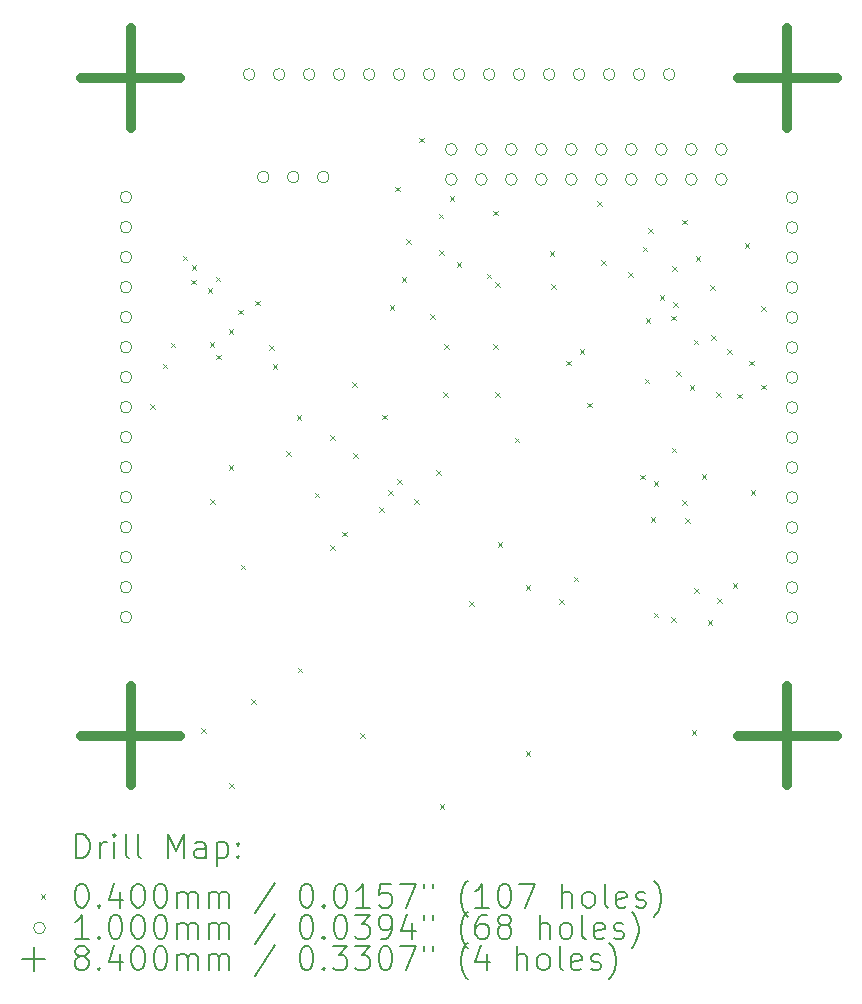
<source format=gbr>
%TF.GenerationSoftware,KiCad,Pcbnew,7.0.7*%
%TF.CreationDate,2024-02-10T00:47:32+05:30*%
%TF.ProjectId,MC_stack,4d435f73-7461-4636-9b2e-6b696361645f,rev?*%
%TF.SameCoordinates,Original*%
%TF.FileFunction,Drillmap*%
%TF.FilePolarity,Positive*%
%FSLAX45Y45*%
G04 Gerber Fmt 4.5, Leading zero omitted, Abs format (unit mm)*
G04 Created by KiCad (PCBNEW 7.0.7) date 2024-02-10 00:47:32*
%MOMM*%
%LPD*%
G01*
G04 APERTURE LIST*
%ADD10C,0.200000*%
%ADD11C,0.040000*%
%ADD12C,0.100000*%
%ADD13C,0.840000*%
G04 APERTURE END LIST*
D10*
D11*
X11775760Y-8351840D02*
X11815760Y-8391840D01*
X11815760Y-8351840D02*
X11775760Y-8391840D01*
X11882440Y-8006400D02*
X11922440Y-8046400D01*
X11922440Y-8006400D02*
X11882440Y-8046400D01*
X11948480Y-7828600D02*
X11988480Y-7868600D01*
X11988480Y-7828600D02*
X11948480Y-7868600D01*
X12050080Y-7092000D02*
X12090080Y-7132000D01*
X12090080Y-7092000D02*
X12050080Y-7132000D01*
X12121200Y-7295200D02*
X12161200Y-7335200D01*
X12161200Y-7295200D02*
X12121200Y-7335200D01*
X12126280Y-7173280D02*
X12166280Y-7213280D01*
X12166280Y-7173280D02*
X12126280Y-7213280D01*
X12205020Y-11092500D02*
X12245020Y-11132500D01*
X12245020Y-11092500D02*
X12205020Y-11132500D01*
X12263440Y-7366320D02*
X12303440Y-7406320D01*
X12303440Y-7366320D02*
X12263440Y-7406320D01*
X12278680Y-7823520D02*
X12318680Y-7863520D01*
X12318680Y-7823520D02*
X12278680Y-7863520D01*
X12283760Y-9154480D02*
X12323760Y-9194480D01*
X12323760Y-9154480D02*
X12283760Y-9194480D01*
X12329480Y-7269800D02*
X12369480Y-7309800D01*
X12369480Y-7269800D02*
X12329480Y-7309800D01*
X12334560Y-7929830D02*
X12374560Y-7969830D01*
X12374560Y-7929830D02*
X12334560Y-7969830D01*
X12441240Y-7711760D02*
X12481240Y-7751760D01*
X12481240Y-7711760D02*
X12441240Y-7751760D01*
X12441240Y-8864920D02*
X12481240Y-8904920D01*
X12481240Y-8864920D02*
X12441240Y-8904920D01*
X12443780Y-11559860D02*
X12483780Y-11599860D01*
X12483780Y-11559860D02*
X12443780Y-11599860D01*
X12522520Y-7549200D02*
X12562520Y-7589200D01*
X12562520Y-7549200D02*
X12522520Y-7589200D01*
X12542840Y-9708200D02*
X12582840Y-9748200D01*
X12582840Y-9708200D02*
X12542840Y-9748200D01*
X12631740Y-10848660D02*
X12671740Y-10888660D01*
X12671740Y-10848660D02*
X12631740Y-10888660D01*
X12664760Y-7473000D02*
X12704760Y-7513000D01*
X12704760Y-7473000D02*
X12664760Y-7513000D01*
X12781600Y-7848920D02*
X12821600Y-7888920D01*
X12821600Y-7848920D02*
X12781600Y-7888920D01*
X12812080Y-8011480D02*
X12852080Y-8051480D01*
X12852080Y-8011480D02*
X12812080Y-8051480D01*
X12928920Y-8748080D02*
X12968920Y-8788080D01*
X12968920Y-8748080D02*
X12928920Y-8788080D01*
X13015280Y-8443280D02*
X13055280Y-8483280D01*
X13055280Y-8443280D02*
X13015280Y-8483280D01*
X13025440Y-10579420D02*
X13065440Y-10619420D01*
X13065440Y-10579420D02*
X13025440Y-10619420D01*
X13167680Y-9098600D02*
X13207680Y-9138600D01*
X13207680Y-9098600D02*
X13167680Y-9138600D01*
X13299760Y-8610920D02*
X13339760Y-8650920D01*
X13339760Y-8610920D02*
X13299760Y-8650920D01*
X13299760Y-9540560D02*
X13339760Y-9580560D01*
X13339760Y-9540560D02*
X13299760Y-9580560D01*
X13401360Y-9428800D02*
X13441360Y-9468800D01*
X13441360Y-9428800D02*
X13401360Y-9468800D01*
X13485180Y-8161340D02*
X13525180Y-8201340D01*
X13525180Y-8161340D02*
X13485180Y-8201340D01*
X13492800Y-8765860D02*
X13532800Y-8805860D01*
X13532800Y-8765860D02*
X13492800Y-8805860D01*
X13556300Y-11135680D02*
X13596300Y-11175680D01*
X13596300Y-11135680D02*
X13556300Y-11175680D01*
X13713780Y-9223060D02*
X13753780Y-9263060D01*
X13753780Y-9223060D02*
X13713780Y-9263060D01*
X13741720Y-8438200D02*
X13781720Y-8478200D01*
X13781720Y-8438200D02*
X13741720Y-8478200D01*
X13792520Y-9078280D02*
X13832520Y-9118280D01*
X13832520Y-9078280D02*
X13792520Y-9118280D01*
X13802680Y-7512977D02*
X13842680Y-7552977D01*
X13842680Y-7512977D02*
X13802680Y-7552977D01*
X13850940Y-6507800D02*
X13890940Y-6547800D01*
X13890940Y-6507800D02*
X13850940Y-6547800D01*
X13868720Y-8981760D02*
X13908720Y-9021760D01*
X13908720Y-8981760D02*
X13868720Y-9021760D01*
X13904280Y-7274880D02*
X13944280Y-7314880D01*
X13944280Y-7274880D02*
X13904280Y-7314880D01*
X13944920Y-6949760D02*
X13984920Y-6989760D01*
X13984920Y-6949760D02*
X13944920Y-6989760D01*
X14010960Y-9154480D02*
X14050960Y-9194480D01*
X14050960Y-9154480D02*
X14010960Y-9194480D01*
X14051600Y-6093780D02*
X14091600Y-6133780D01*
X14091600Y-6093780D02*
X14051600Y-6133780D01*
X14148120Y-7589840D02*
X14188120Y-7629840D01*
X14188120Y-7589840D02*
X14148120Y-7629840D01*
X14198920Y-8905560D02*
X14238920Y-8945560D01*
X14238920Y-8905560D02*
X14198920Y-8945560D01*
X14219240Y-6736400D02*
X14259240Y-6776400D01*
X14259240Y-6736400D02*
X14219240Y-6776400D01*
X14224320Y-7046280D02*
X14264320Y-7086280D01*
X14264320Y-7046280D02*
X14224320Y-7086280D01*
X14226860Y-11735120D02*
X14266860Y-11775120D01*
X14266860Y-11735120D02*
X14226860Y-11775120D01*
X14254800Y-8250240D02*
X14294800Y-8290240D01*
X14294800Y-8250240D02*
X14254800Y-8290240D01*
X14264960Y-7843840D02*
X14304960Y-7883840D01*
X14304960Y-7843840D02*
X14264960Y-7883840D01*
X14310680Y-6589080D02*
X14350680Y-6629080D01*
X14350680Y-6589080D02*
X14310680Y-6629080D01*
X14371640Y-7147880D02*
X14411640Y-7187880D01*
X14411640Y-7147880D02*
X14371640Y-7187880D01*
X14478320Y-10018080D02*
X14518320Y-10058080D01*
X14518320Y-10018080D02*
X14478320Y-10058080D01*
X14625640Y-7244400D02*
X14665640Y-7284400D01*
X14665640Y-7244400D02*
X14625640Y-7284400D01*
X14681520Y-6711000D02*
X14721520Y-6751000D01*
X14721520Y-6711000D02*
X14681520Y-6751000D01*
X14681520Y-7841300D02*
X14721520Y-7881300D01*
X14721520Y-7841300D02*
X14681520Y-7881300D01*
X14696760Y-7315520D02*
X14736760Y-7355520D01*
X14736760Y-7315520D02*
X14696760Y-7355520D01*
X14696760Y-8247700D02*
X14736760Y-8287700D01*
X14736760Y-8247700D02*
X14696760Y-8287700D01*
X14717080Y-9520240D02*
X14757080Y-9560240D01*
X14757080Y-9520240D02*
X14717080Y-9560240D01*
X14861860Y-8633780D02*
X14901860Y-8673780D01*
X14901860Y-8633780D02*
X14861860Y-8673780D01*
X14955840Y-9880920D02*
X14995840Y-9920920D01*
X14995840Y-9880920D02*
X14955840Y-9920920D01*
X14955840Y-11288080D02*
X14995840Y-11328080D01*
X14995840Y-11288080D02*
X14955840Y-11328080D01*
X15159040Y-7051360D02*
X15199040Y-7091360D01*
X15199040Y-7051360D02*
X15159040Y-7091360D01*
X15169200Y-7335840D02*
X15209200Y-7375840D01*
X15209200Y-7335840D02*
X15169200Y-7375840D01*
X15240320Y-10002840D02*
X15280320Y-10042840D01*
X15280320Y-10002840D02*
X15240320Y-10042840D01*
X15296200Y-7981000D02*
X15336200Y-8021000D01*
X15336200Y-7981000D02*
X15296200Y-8021000D01*
X15362240Y-9809800D02*
X15402240Y-9849800D01*
X15402240Y-9809800D02*
X15362240Y-9849800D01*
X15413040Y-7884480D02*
X15453040Y-7924480D01*
X15453040Y-7884480D02*
X15413040Y-7924480D01*
X15474000Y-8336600D02*
X15514000Y-8376600D01*
X15514000Y-8336600D02*
X15474000Y-8376600D01*
X15560360Y-6629720D02*
X15600360Y-6669720D01*
X15600360Y-6629720D02*
X15560360Y-6669720D01*
X15595920Y-7132640D02*
X15635920Y-7172640D01*
X15635920Y-7132640D02*
X15595920Y-7172640D01*
X15824520Y-7234240D02*
X15864520Y-7274240D01*
X15864520Y-7234240D02*
X15824520Y-7274240D01*
X15926120Y-8946200D02*
X15966120Y-8986200D01*
X15966120Y-8946200D02*
X15926120Y-8986200D01*
X15946440Y-7015800D02*
X15986440Y-7055800D01*
X15986440Y-7015800D02*
X15946440Y-7055800D01*
X15961680Y-8133400D02*
X16001680Y-8173400D01*
X16001680Y-8133400D02*
X15961680Y-8173400D01*
X15971840Y-7620320D02*
X16011840Y-7660320D01*
X16011840Y-7620320D02*
X15971840Y-7660320D01*
X15992160Y-6858320D02*
X16032160Y-6898320D01*
X16032160Y-6858320D02*
X15992160Y-6898320D01*
X16012480Y-9306880D02*
X16052480Y-9346880D01*
X16052480Y-9306880D02*
X16012480Y-9346880D01*
X16037880Y-9002080D02*
X16077880Y-9042080D01*
X16077880Y-9002080D02*
X16037880Y-9042080D01*
X16037880Y-10114600D02*
X16077880Y-10154600D01*
X16077880Y-10114600D02*
X16037880Y-10154600D01*
X16088680Y-7427280D02*
X16128680Y-7467280D01*
X16128680Y-7427280D02*
X16088680Y-7467280D01*
X16185200Y-7600000D02*
X16225200Y-7640000D01*
X16225200Y-7600000D02*
X16185200Y-7640000D01*
X16185200Y-10150160D02*
X16225200Y-10190160D01*
X16225200Y-10150160D02*
X16185200Y-10190160D01*
X16190280Y-8717600D02*
X16230280Y-8757600D01*
X16230280Y-8717600D02*
X16190280Y-8757600D01*
X16195360Y-7178360D02*
X16235360Y-7218360D01*
X16235360Y-7178360D02*
X16195360Y-7218360D01*
X16205520Y-7488240D02*
X16245520Y-7528240D01*
X16245520Y-7488240D02*
X16205520Y-7528240D01*
X16230920Y-8067360D02*
X16270920Y-8107360D01*
X16270920Y-8067360D02*
X16230920Y-8107360D01*
X16281720Y-6787200D02*
X16321720Y-6827200D01*
X16321720Y-6787200D02*
X16281720Y-6827200D01*
X16281720Y-9159560D02*
X16321720Y-9199560D01*
X16321720Y-9159560D02*
X16281720Y-9199560D01*
X16307120Y-9311960D02*
X16347120Y-9351960D01*
X16347120Y-9311960D02*
X16307120Y-9351960D01*
X16342680Y-8189280D02*
X16382680Y-8229280D01*
X16382680Y-8189280D02*
X16342680Y-8229280D01*
X16360460Y-11107740D02*
X16400460Y-11147740D01*
X16400460Y-11107740D02*
X16360460Y-11147740D01*
X16378240Y-7803200D02*
X16418240Y-7843200D01*
X16418240Y-7803200D02*
X16378240Y-7843200D01*
X16383320Y-9906320D02*
X16423320Y-9946320D01*
X16423320Y-9906320D02*
X16383320Y-9946320D01*
X16393480Y-7097080D02*
X16433480Y-7137080D01*
X16433480Y-7097080D02*
X16393480Y-7137080D01*
X16444280Y-8941120D02*
X16484280Y-8981120D01*
X16484280Y-8941120D02*
X16444280Y-8981120D01*
X16495080Y-10180640D02*
X16535080Y-10220640D01*
X16535080Y-10180640D02*
X16495080Y-10220640D01*
X16515400Y-7340920D02*
X16555400Y-7380920D01*
X16555400Y-7340920D02*
X16515400Y-7380920D01*
X16525560Y-7767640D02*
X16565560Y-7807640D01*
X16565560Y-7767640D02*
X16525560Y-7807640D01*
X16566200Y-8250240D02*
X16606200Y-8290240D01*
X16606200Y-8250240D02*
X16566200Y-8290240D01*
X16576360Y-9992680D02*
X16616360Y-10032680D01*
X16616360Y-9992680D02*
X16576360Y-10032680D01*
X16662720Y-7884480D02*
X16702720Y-7924480D01*
X16702720Y-7884480D02*
X16662720Y-7924480D01*
X16708440Y-9865680D02*
X16748440Y-9905680D01*
X16748440Y-9865680D02*
X16708440Y-9905680D01*
X16744000Y-8260400D02*
X16784000Y-8300400D01*
X16784000Y-8260400D02*
X16744000Y-8300400D01*
X16810040Y-6985320D02*
X16850040Y-7025320D01*
X16850040Y-6985320D02*
X16810040Y-7025320D01*
X16845600Y-7981000D02*
X16885600Y-8021000D01*
X16885600Y-7981000D02*
X16845600Y-8021000D01*
X16860840Y-9078280D02*
X16900840Y-9118280D01*
X16900840Y-9078280D02*
X16860840Y-9118280D01*
X16947200Y-7518720D02*
X16987200Y-7558720D01*
X16987200Y-7518720D02*
X16947200Y-7558720D01*
X16947200Y-8184200D02*
X16987200Y-8224200D01*
X16987200Y-8184200D02*
X16947200Y-8224200D01*
D12*
X11621140Y-6596020D02*
G75*
G03*
X11621140Y-6596020I-50000J0D01*
G01*
X11621140Y-6850020D02*
G75*
G03*
X11621140Y-6850020I-50000J0D01*
G01*
X11621140Y-7104020D02*
G75*
G03*
X11621140Y-7104020I-50000J0D01*
G01*
X11621140Y-7358020D02*
G75*
G03*
X11621140Y-7358020I-50000J0D01*
G01*
X11621140Y-7612020D02*
G75*
G03*
X11621140Y-7612020I-50000J0D01*
G01*
X11621140Y-7866020D02*
G75*
G03*
X11621140Y-7866020I-50000J0D01*
G01*
X11621140Y-8120020D02*
G75*
G03*
X11621140Y-8120020I-50000J0D01*
G01*
X11621140Y-8374020D02*
G75*
G03*
X11621140Y-8374020I-50000J0D01*
G01*
X11621140Y-8628020D02*
G75*
G03*
X11621140Y-8628020I-50000J0D01*
G01*
X11621140Y-8882020D02*
G75*
G03*
X11621140Y-8882020I-50000J0D01*
G01*
X11621140Y-9136020D02*
G75*
G03*
X11621140Y-9136020I-50000J0D01*
G01*
X11621140Y-9390020D02*
G75*
G03*
X11621140Y-9390020I-50000J0D01*
G01*
X11621140Y-9644020D02*
G75*
G03*
X11621140Y-9644020I-50000J0D01*
G01*
X11621140Y-9898020D02*
G75*
G03*
X11621140Y-9898020I-50000J0D01*
G01*
X11621140Y-10152020D02*
G75*
G03*
X11621140Y-10152020I-50000J0D01*
G01*
X12663640Y-5557520D02*
G75*
G03*
X12663640Y-5557520I-50000J0D01*
G01*
X12783020Y-6426200D02*
G75*
G03*
X12783020Y-6426200I-50000J0D01*
G01*
X12917640Y-5557520D02*
G75*
G03*
X12917640Y-5557520I-50000J0D01*
G01*
X13037020Y-6426200D02*
G75*
G03*
X13037020Y-6426200I-50000J0D01*
G01*
X13171640Y-5557520D02*
G75*
G03*
X13171640Y-5557520I-50000J0D01*
G01*
X13291020Y-6426200D02*
G75*
G03*
X13291020Y-6426200I-50000J0D01*
G01*
X13425640Y-5557520D02*
G75*
G03*
X13425640Y-5557520I-50000J0D01*
G01*
X13679640Y-5557520D02*
G75*
G03*
X13679640Y-5557520I-50000J0D01*
G01*
X13933640Y-5557520D02*
G75*
G03*
X13933640Y-5557520I-50000J0D01*
G01*
X14187640Y-5557520D02*
G75*
G03*
X14187640Y-5557520I-50000J0D01*
G01*
X14375600Y-6192520D02*
G75*
G03*
X14375600Y-6192520I-50000J0D01*
G01*
X14375600Y-6446520D02*
G75*
G03*
X14375600Y-6446520I-50000J0D01*
G01*
X14441640Y-5557520D02*
G75*
G03*
X14441640Y-5557520I-50000J0D01*
G01*
X14629600Y-6192520D02*
G75*
G03*
X14629600Y-6192520I-50000J0D01*
G01*
X14629600Y-6446520D02*
G75*
G03*
X14629600Y-6446520I-50000J0D01*
G01*
X14695640Y-5557520D02*
G75*
G03*
X14695640Y-5557520I-50000J0D01*
G01*
X14883600Y-6192520D02*
G75*
G03*
X14883600Y-6192520I-50000J0D01*
G01*
X14883600Y-6446520D02*
G75*
G03*
X14883600Y-6446520I-50000J0D01*
G01*
X14949640Y-5557520D02*
G75*
G03*
X14949640Y-5557520I-50000J0D01*
G01*
X15137600Y-6192520D02*
G75*
G03*
X15137600Y-6192520I-50000J0D01*
G01*
X15137600Y-6446520D02*
G75*
G03*
X15137600Y-6446520I-50000J0D01*
G01*
X15203640Y-5557520D02*
G75*
G03*
X15203640Y-5557520I-50000J0D01*
G01*
X15391600Y-6192520D02*
G75*
G03*
X15391600Y-6192520I-50000J0D01*
G01*
X15391600Y-6446520D02*
G75*
G03*
X15391600Y-6446520I-50000J0D01*
G01*
X15457640Y-5557520D02*
G75*
G03*
X15457640Y-5557520I-50000J0D01*
G01*
X15645600Y-6192520D02*
G75*
G03*
X15645600Y-6192520I-50000J0D01*
G01*
X15645600Y-6446520D02*
G75*
G03*
X15645600Y-6446520I-50000J0D01*
G01*
X15711640Y-5557520D02*
G75*
G03*
X15711640Y-5557520I-50000J0D01*
G01*
X15899600Y-6192520D02*
G75*
G03*
X15899600Y-6192520I-50000J0D01*
G01*
X15899600Y-6446520D02*
G75*
G03*
X15899600Y-6446520I-50000J0D01*
G01*
X15965640Y-5557520D02*
G75*
G03*
X15965640Y-5557520I-50000J0D01*
G01*
X16153600Y-6192520D02*
G75*
G03*
X16153600Y-6192520I-50000J0D01*
G01*
X16153600Y-6446520D02*
G75*
G03*
X16153600Y-6446520I-50000J0D01*
G01*
X16219640Y-5557520D02*
G75*
G03*
X16219640Y-5557520I-50000J0D01*
G01*
X16407600Y-6192520D02*
G75*
G03*
X16407600Y-6192520I-50000J0D01*
G01*
X16407600Y-6446520D02*
G75*
G03*
X16407600Y-6446520I-50000J0D01*
G01*
X16661600Y-6192520D02*
G75*
G03*
X16661600Y-6192520I-50000J0D01*
G01*
X16661600Y-6446520D02*
G75*
G03*
X16661600Y-6446520I-50000J0D01*
G01*
X17261140Y-6599020D02*
G75*
G03*
X17261140Y-6599020I-50000J0D01*
G01*
X17261140Y-6853020D02*
G75*
G03*
X17261140Y-6853020I-50000J0D01*
G01*
X17261140Y-7107020D02*
G75*
G03*
X17261140Y-7107020I-50000J0D01*
G01*
X17261140Y-7361020D02*
G75*
G03*
X17261140Y-7361020I-50000J0D01*
G01*
X17261140Y-7615020D02*
G75*
G03*
X17261140Y-7615020I-50000J0D01*
G01*
X17261140Y-7869020D02*
G75*
G03*
X17261140Y-7869020I-50000J0D01*
G01*
X17261140Y-8123020D02*
G75*
G03*
X17261140Y-8123020I-50000J0D01*
G01*
X17261140Y-8377020D02*
G75*
G03*
X17261140Y-8377020I-50000J0D01*
G01*
X17261140Y-8631020D02*
G75*
G03*
X17261140Y-8631020I-50000J0D01*
G01*
X17261140Y-8885020D02*
G75*
G03*
X17261140Y-8885020I-50000J0D01*
G01*
X17261140Y-9139020D02*
G75*
G03*
X17261140Y-9139020I-50000J0D01*
G01*
X17261140Y-9393020D02*
G75*
G03*
X17261140Y-9393020I-50000J0D01*
G01*
X17261140Y-9647020D02*
G75*
G03*
X17261140Y-9647020I-50000J0D01*
G01*
X17261140Y-9901020D02*
G75*
G03*
X17261140Y-9901020I-50000J0D01*
G01*
X17261140Y-10155020D02*
G75*
G03*
X17261140Y-10155020I-50000J0D01*
G01*
D13*
X11611140Y-5167520D02*
X11611140Y-6007520D01*
X11191140Y-5587520D02*
X12031140Y-5587520D01*
X11611140Y-10737520D02*
X11611140Y-11577520D01*
X11191140Y-11157520D02*
X12031140Y-11157520D01*
X17171140Y-5169020D02*
X17171140Y-6009020D01*
X16751140Y-5589020D02*
X17591140Y-5589020D01*
X17171140Y-10737520D02*
X17171140Y-11577520D01*
X16751140Y-11157520D02*
X17591140Y-11157520D01*
D10*
X11149417Y-12191504D02*
X11149417Y-11991504D01*
X11149417Y-11991504D02*
X11197036Y-11991504D01*
X11197036Y-11991504D02*
X11225607Y-12001028D01*
X11225607Y-12001028D02*
X11244655Y-12020075D01*
X11244655Y-12020075D02*
X11254179Y-12039123D01*
X11254179Y-12039123D02*
X11263702Y-12077218D01*
X11263702Y-12077218D02*
X11263702Y-12105789D01*
X11263702Y-12105789D02*
X11254179Y-12143885D01*
X11254179Y-12143885D02*
X11244655Y-12162932D01*
X11244655Y-12162932D02*
X11225607Y-12181980D01*
X11225607Y-12181980D02*
X11197036Y-12191504D01*
X11197036Y-12191504D02*
X11149417Y-12191504D01*
X11349417Y-12191504D02*
X11349417Y-12058170D01*
X11349417Y-12096266D02*
X11358941Y-12077218D01*
X11358941Y-12077218D02*
X11368464Y-12067694D01*
X11368464Y-12067694D02*
X11387512Y-12058170D01*
X11387512Y-12058170D02*
X11406560Y-12058170D01*
X11473226Y-12191504D02*
X11473226Y-12058170D01*
X11473226Y-11991504D02*
X11463702Y-12001028D01*
X11463702Y-12001028D02*
X11473226Y-12010551D01*
X11473226Y-12010551D02*
X11482750Y-12001028D01*
X11482750Y-12001028D02*
X11473226Y-11991504D01*
X11473226Y-11991504D02*
X11473226Y-12010551D01*
X11597036Y-12191504D02*
X11577988Y-12181980D01*
X11577988Y-12181980D02*
X11568464Y-12162932D01*
X11568464Y-12162932D02*
X11568464Y-11991504D01*
X11701798Y-12191504D02*
X11682750Y-12181980D01*
X11682750Y-12181980D02*
X11673226Y-12162932D01*
X11673226Y-12162932D02*
X11673226Y-11991504D01*
X11930369Y-12191504D02*
X11930369Y-11991504D01*
X11930369Y-11991504D02*
X11997036Y-12134361D01*
X11997036Y-12134361D02*
X12063702Y-11991504D01*
X12063702Y-11991504D02*
X12063702Y-12191504D01*
X12244655Y-12191504D02*
X12244655Y-12086742D01*
X12244655Y-12086742D02*
X12235131Y-12067694D01*
X12235131Y-12067694D02*
X12216083Y-12058170D01*
X12216083Y-12058170D02*
X12177988Y-12058170D01*
X12177988Y-12058170D02*
X12158941Y-12067694D01*
X12244655Y-12181980D02*
X12225607Y-12191504D01*
X12225607Y-12191504D02*
X12177988Y-12191504D01*
X12177988Y-12191504D02*
X12158941Y-12181980D01*
X12158941Y-12181980D02*
X12149417Y-12162932D01*
X12149417Y-12162932D02*
X12149417Y-12143885D01*
X12149417Y-12143885D02*
X12158941Y-12124837D01*
X12158941Y-12124837D02*
X12177988Y-12115313D01*
X12177988Y-12115313D02*
X12225607Y-12115313D01*
X12225607Y-12115313D02*
X12244655Y-12105789D01*
X12339893Y-12058170D02*
X12339893Y-12258170D01*
X12339893Y-12067694D02*
X12358941Y-12058170D01*
X12358941Y-12058170D02*
X12397036Y-12058170D01*
X12397036Y-12058170D02*
X12416083Y-12067694D01*
X12416083Y-12067694D02*
X12425607Y-12077218D01*
X12425607Y-12077218D02*
X12435131Y-12096266D01*
X12435131Y-12096266D02*
X12435131Y-12153408D01*
X12435131Y-12153408D02*
X12425607Y-12172456D01*
X12425607Y-12172456D02*
X12416083Y-12181980D01*
X12416083Y-12181980D02*
X12397036Y-12191504D01*
X12397036Y-12191504D02*
X12358941Y-12191504D01*
X12358941Y-12191504D02*
X12339893Y-12181980D01*
X12520845Y-12172456D02*
X12530369Y-12181980D01*
X12530369Y-12181980D02*
X12520845Y-12191504D01*
X12520845Y-12191504D02*
X12511322Y-12181980D01*
X12511322Y-12181980D02*
X12520845Y-12172456D01*
X12520845Y-12172456D02*
X12520845Y-12191504D01*
X12520845Y-12067694D02*
X12530369Y-12077218D01*
X12530369Y-12077218D02*
X12520845Y-12086742D01*
X12520845Y-12086742D02*
X12511322Y-12077218D01*
X12511322Y-12077218D02*
X12520845Y-12067694D01*
X12520845Y-12067694D02*
X12520845Y-12086742D01*
D11*
X10848640Y-12500020D02*
X10888640Y-12540020D01*
X10888640Y-12500020D02*
X10848640Y-12540020D01*
D10*
X11187512Y-12411504D02*
X11206560Y-12411504D01*
X11206560Y-12411504D02*
X11225607Y-12421028D01*
X11225607Y-12421028D02*
X11235131Y-12430551D01*
X11235131Y-12430551D02*
X11244655Y-12449599D01*
X11244655Y-12449599D02*
X11254179Y-12487694D01*
X11254179Y-12487694D02*
X11254179Y-12535313D01*
X11254179Y-12535313D02*
X11244655Y-12573408D01*
X11244655Y-12573408D02*
X11235131Y-12592456D01*
X11235131Y-12592456D02*
X11225607Y-12601980D01*
X11225607Y-12601980D02*
X11206560Y-12611504D01*
X11206560Y-12611504D02*
X11187512Y-12611504D01*
X11187512Y-12611504D02*
X11168464Y-12601980D01*
X11168464Y-12601980D02*
X11158941Y-12592456D01*
X11158941Y-12592456D02*
X11149417Y-12573408D01*
X11149417Y-12573408D02*
X11139893Y-12535313D01*
X11139893Y-12535313D02*
X11139893Y-12487694D01*
X11139893Y-12487694D02*
X11149417Y-12449599D01*
X11149417Y-12449599D02*
X11158941Y-12430551D01*
X11158941Y-12430551D02*
X11168464Y-12421028D01*
X11168464Y-12421028D02*
X11187512Y-12411504D01*
X11339893Y-12592456D02*
X11349417Y-12601980D01*
X11349417Y-12601980D02*
X11339893Y-12611504D01*
X11339893Y-12611504D02*
X11330369Y-12601980D01*
X11330369Y-12601980D02*
X11339893Y-12592456D01*
X11339893Y-12592456D02*
X11339893Y-12611504D01*
X11520845Y-12478170D02*
X11520845Y-12611504D01*
X11473226Y-12401980D02*
X11425607Y-12544837D01*
X11425607Y-12544837D02*
X11549417Y-12544837D01*
X11663702Y-12411504D02*
X11682750Y-12411504D01*
X11682750Y-12411504D02*
X11701798Y-12421028D01*
X11701798Y-12421028D02*
X11711322Y-12430551D01*
X11711322Y-12430551D02*
X11720845Y-12449599D01*
X11720845Y-12449599D02*
X11730369Y-12487694D01*
X11730369Y-12487694D02*
X11730369Y-12535313D01*
X11730369Y-12535313D02*
X11720845Y-12573408D01*
X11720845Y-12573408D02*
X11711322Y-12592456D01*
X11711322Y-12592456D02*
X11701798Y-12601980D01*
X11701798Y-12601980D02*
X11682750Y-12611504D01*
X11682750Y-12611504D02*
X11663702Y-12611504D01*
X11663702Y-12611504D02*
X11644655Y-12601980D01*
X11644655Y-12601980D02*
X11635131Y-12592456D01*
X11635131Y-12592456D02*
X11625607Y-12573408D01*
X11625607Y-12573408D02*
X11616083Y-12535313D01*
X11616083Y-12535313D02*
X11616083Y-12487694D01*
X11616083Y-12487694D02*
X11625607Y-12449599D01*
X11625607Y-12449599D02*
X11635131Y-12430551D01*
X11635131Y-12430551D02*
X11644655Y-12421028D01*
X11644655Y-12421028D02*
X11663702Y-12411504D01*
X11854179Y-12411504D02*
X11873226Y-12411504D01*
X11873226Y-12411504D02*
X11892274Y-12421028D01*
X11892274Y-12421028D02*
X11901798Y-12430551D01*
X11901798Y-12430551D02*
X11911322Y-12449599D01*
X11911322Y-12449599D02*
X11920845Y-12487694D01*
X11920845Y-12487694D02*
X11920845Y-12535313D01*
X11920845Y-12535313D02*
X11911322Y-12573408D01*
X11911322Y-12573408D02*
X11901798Y-12592456D01*
X11901798Y-12592456D02*
X11892274Y-12601980D01*
X11892274Y-12601980D02*
X11873226Y-12611504D01*
X11873226Y-12611504D02*
X11854179Y-12611504D01*
X11854179Y-12611504D02*
X11835131Y-12601980D01*
X11835131Y-12601980D02*
X11825607Y-12592456D01*
X11825607Y-12592456D02*
X11816083Y-12573408D01*
X11816083Y-12573408D02*
X11806560Y-12535313D01*
X11806560Y-12535313D02*
X11806560Y-12487694D01*
X11806560Y-12487694D02*
X11816083Y-12449599D01*
X11816083Y-12449599D02*
X11825607Y-12430551D01*
X11825607Y-12430551D02*
X11835131Y-12421028D01*
X11835131Y-12421028D02*
X11854179Y-12411504D01*
X12006560Y-12611504D02*
X12006560Y-12478170D01*
X12006560Y-12497218D02*
X12016083Y-12487694D01*
X12016083Y-12487694D02*
X12035131Y-12478170D01*
X12035131Y-12478170D02*
X12063703Y-12478170D01*
X12063703Y-12478170D02*
X12082750Y-12487694D01*
X12082750Y-12487694D02*
X12092274Y-12506742D01*
X12092274Y-12506742D02*
X12092274Y-12611504D01*
X12092274Y-12506742D02*
X12101798Y-12487694D01*
X12101798Y-12487694D02*
X12120845Y-12478170D01*
X12120845Y-12478170D02*
X12149417Y-12478170D01*
X12149417Y-12478170D02*
X12168464Y-12487694D01*
X12168464Y-12487694D02*
X12177988Y-12506742D01*
X12177988Y-12506742D02*
X12177988Y-12611504D01*
X12273226Y-12611504D02*
X12273226Y-12478170D01*
X12273226Y-12497218D02*
X12282750Y-12487694D01*
X12282750Y-12487694D02*
X12301798Y-12478170D01*
X12301798Y-12478170D02*
X12330369Y-12478170D01*
X12330369Y-12478170D02*
X12349417Y-12487694D01*
X12349417Y-12487694D02*
X12358941Y-12506742D01*
X12358941Y-12506742D02*
X12358941Y-12611504D01*
X12358941Y-12506742D02*
X12368464Y-12487694D01*
X12368464Y-12487694D02*
X12387512Y-12478170D01*
X12387512Y-12478170D02*
X12416083Y-12478170D01*
X12416083Y-12478170D02*
X12435131Y-12487694D01*
X12435131Y-12487694D02*
X12444655Y-12506742D01*
X12444655Y-12506742D02*
X12444655Y-12611504D01*
X12835131Y-12401980D02*
X12663703Y-12659123D01*
X13092274Y-12411504D02*
X13111322Y-12411504D01*
X13111322Y-12411504D02*
X13130369Y-12421028D01*
X13130369Y-12421028D02*
X13139893Y-12430551D01*
X13139893Y-12430551D02*
X13149417Y-12449599D01*
X13149417Y-12449599D02*
X13158941Y-12487694D01*
X13158941Y-12487694D02*
X13158941Y-12535313D01*
X13158941Y-12535313D02*
X13149417Y-12573408D01*
X13149417Y-12573408D02*
X13139893Y-12592456D01*
X13139893Y-12592456D02*
X13130369Y-12601980D01*
X13130369Y-12601980D02*
X13111322Y-12611504D01*
X13111322Y-12611504D02*
X13092274Y-12611504D01*
X13092274Y-12611504D02*
X13073226Y-12601980D01*
X13073226Y-12601980D02*
X13063703Y-12592456D01*
X13063703Y-12592456D02*
X13054179Y-12573408D01*
X13054179Y-12573408D02*
X13044655Y-12535313D01*
X13044655Y-12535313D02*
X13044655Y-12487694D01*
X13044655Y-12487694D02*
X13054179Y-12449599D01*
X13054179Y-12449599D02*
X13063703Y-12430551D01*
X13063703Y-12430551D02*
X13073226Y-12421028D01*
X13073226Y-12421028D02*
X13092274Y-12411504D01*
X13244655Y-12592456D02*
X13254179Y-12601980D01*
X13254179Y-12601980D02*
X13244655Y-12611504D01*
X13244655Y-12611504D02*
X13235131Y-12601980D01*
X13235131Y-12601980D02*
X13244655Y-12592456D01*
X13244655Y-12592456D02*
X13244655Y-12611504D01*
X13377988Y-12411504D02*
X13397036Y-12411504D01*
X13397036Y-12411504D02*
X13416084Y-12421028D01*
X13416084Y-12421028D02*
X13425607Y-12430551D01*
X13425607Y-12430551D02*
X13435131Y-12449599D01*
X13435131Y-12449599D02*
X13444655Y-12487694D01*
X13444655Y-12487694D02*
X13444655Y-12535313D01*
X13444655Y-12535313D02*
X13435131Y-12573408D01*
X13435131Y-12573408D02*
X13425607Y-12592456D01*
X13425607Y-12592456D02*
X13416084Y-12601980D01*
X13416084Y-12601980D02*
X13397036Y-12611504D01*
X13397036Y-12611504D02*
X13377988Y-12611504D01*
X13377988Y-12611504D02*
X13358941Y-12601980D01*
X13358941Y-12601980D02*
X13349417Y-12592456D01*
X13349417Y-12592456D02*
X13339893Y-12573408D01*
X13339893Y-12573408D02*
X13330369Y-12535313D01*
X13330369Y-12535313D02*
X13330369Y-12487694D01*
X13330369Y-12487694D02*
X13339893Y-12449599D01*
X13339893Y-12449599D02*
X13349417Y-12430551D01*
X13349417Y-12430551D02*
X13358941Y-12421028D01*
X13358941Y-12421028D02*
X13377988Y-12411504D01*
X13635131Y-12611504D02*
X13520846Y-12611504D01*
X13577988Y-12611504D02*
X13577988Y-12411504D01*
X13577988Y-12411504D02*
X13558941Y-12440075D01*
X13558941Y-12440075D02*
X13539893Y-12459123D01*
X13539893Y-12459123D02*
X13520846Y-12468647D01*
X13816084Y-12411504D02*
X13720846Y-12411504D01*
X13720846Y-12411504D02*
X13711322Y-12506742D01*
X13711322Y-12506742D02*
X13720846Y-12497218D01*
X13720846Y-12497218D02*
X13739893Y-12487694D01*
X13739893Y-12487694D02*
X13787512Y-12487694D01*
X13787512Y-12487694D02*
X13806560Y-12497218D01*
X13806560Y-12497218D02*
X13816084Y-12506742D01*
X13816084Y-12506742D02*
X13825607Y-12525789D01*
X13825607Y-12525789D02*
X13825607Y-12573408D01*
X13825607Y-12573408D02*
X13816084Y-12592456D01*
X13816084Y-12592456D02*
X13806560Y-12601980D01*
X13806560Y-12601980D02*
X13787512Y-12611504D01*
X13787512Y-12611504D02*
X13739893Y-12611504D01*
X13739893Y-12611504D02*
X13720846Y-12601980D01*
X13720846Y-12601980D02*
X13711322Y-12592456D01*
X13892274Y-12411504D02*
X14025607Y-12411504D01*
X14025607Y-12411504D02*
X13939893Y-12611504D01*
X14092274Y-12411504D02*
X14092274Y-12449599D01*
X14168465Y-12411504D02*
X14168465Y-12449599D01*
X14463703Y-12687694D02*
X14454179Y-12678170D01*
X14454179Y-12678170D02*
X14435131Y-12649599D01*
X14435131Y-12649599D02*
X14425608Y-12630551D01*
X14425608Y-12630551D02*
X14416084Y-12601980D01*
X14416084Y-12601980D02*
X14406560Y-12554361D01*
X14406560Y-12554361D02*
X14406560Y-12516266D01*
X14406560Y-12516266D02*
X14416084Y-12468647D01*
X14416084Y-12468647D02*
X14425608Y-12440075D01*
X14425608Y-12440075D02*
X14435131Y-12421028D01*
X14435131Y-12421028D02*
X14454179Y-12392456D01*
X14454179Y-12392456D02*
X14463703Y-12382932D01*
X14644655Y-12611504D02*
X14530369Y-12611504D01*
X14587512Y-12611504D02*
X14587512Y-12411504D01*
X14587512Y-12411504D02*
X14568465Y-12440075D01*
X14568465Y-12440075D02*
X14549417Y-12459123D01*
X14549417Y-12459123D02*
X14530369Y-12468647D01*
X14768465Y-12411504D02*
X14787512Y-12411504D01*
X14787512Y-12411504D02*
X14806560Y-12421028D01*
X14806560Y-12421028D02*
X14816084Y-12430551D01*
X14816084Y-12430551D02*
X14825608Y-12449599D01*
X14825608Y-12449599D02*
X14835131Y-12487694D01*
X14835131Y-12487694D02*
X14835131Y-12535313D01*
X14835131Y-12535313D02*
X14825608Y-12573408D01*
X14825608Y-12573408D02*
X14816084Y-12592456D01*
X14816084Y-12592456D02*
X14806560Y-12601980D01*
X14806560Y-12601980D02*
X14787512Y-12611504D01*
X14787512Y-12611504D02*
X14768465Y-12611504D01*
X14768465Y-12611504D02*
X14749417Y-12601980D01*
X14749417Y-12601980D02*
X14739893Y-12592456D01*
X14739893Y-12592456D02*
X14730369Y-12573408D01*
X14730369Y-12573408D02*
X14720846Y-12535313D01*
X14720846Y-12535313D02*
X14720846Y-12487694D01*
X14720846Y-12487694D02*
X14730369Y-12449599D01*
X14730369Y-12449599D02*
X14739893Y-12430551D01*
X14739893Y-12430551D02*
X14749417Y-12421028D01*
X14749417Y-12421028D02*
X14768465Y-12411504D01*
X14901798Y-12411504D02*
X15035131Y-12411504D01*
X15035131Y-12411504D02*
X14949417Y-12611504D01*
X15263703Y-12611504D02*
X15263703Y-12411504D01*
X15349417Y-12611504D02*
X15349417Y-12506742D01*
X15349417Y-12506742D02*
X15339893Y-12487694D01*
X15339893Y-12487694D02*
X15320846Y-12478170D01*
X15320846Y-12478170D02*
X15292274Y-12478170D01*
X15292274Y-12478170D02*
X15273227Y-12487694D01*
X15273227Y-12487694D02*
X15263703Y-12497218D01*
X15473227Y-12611504D02*
X15454179Y-12601980D01*
X15454179Y-12601980D02*
X15444655Y-12592456D01*
X15444655Y-12592456D02*
X15435131Y-12573408D01*
X15435131Y-12573408D02*
X15435131Y-12516266D01*
X15435131Y-12516266D02*
X15444655Y-12497218D01*
X15444655Y-12497218D02*
X15454179Y-12487694D01*
X15454179Y-12487694D02*
X15473227Y-12478170D01*
X15473227Y-12478170D02*
X15501798Y-12478170D01*
X15501798Y-12478170D02*
X15520846Y-12487694D01*
X15520846Y-12487694D02*
X15530370Y-12497218D01*
X15530370Y-12497218D02*
X15539893Y-12516266D01*
X15539893Y-12516266D02*
X15539893Y-12573408D01*
X15539893Y-12573408D02*
X15530370Y-12592456D01*
X15530370Y-12592456D02*
X15520846Y-12601980D01*
X15520846Y-12601980D02*
X15501798Y-12611504D01*
X15501798Y-12611504D02*
X15473227Y-12611504D01*
X15654179Y-12611504D02*
X15635131Y-12601980D01*
X15635131Y-12601980D02*
X15625608Y-12582932D01*
X15625608Y-12582932D02*
X15625608Y-12411504D01*
X15806560Y-12601980D02*
X15787512Y-12611504D01*
X15787512Y-12611504D02*
X15749417Y-12611504D01*
X15749417Y-12611504D02*
X15730370Y-12601980D01*
X15730370Y-12601980D02*
X15720846Y-12582932D01*
X15720846Y-12582932D02*
X15720846Y-12506742D01*
X15720846Y-12506742D02*
X15730370Y-12487694D01*
X15730370Y-12487694D02*
X15749417Y-12478170D01*
X15749417Y-12478170D02*
X15787512Y-12478170D01*
X15787512Y-12478170D02*
X15806560Y-12487694D01*
X15806560Y-12487694D02*
X15816084Y-12506742D01*
X15816084Y-12506742D02*
X15816084Y-12525789D01*
X15816084Y-12525789D02*
X15720846Y-12544837D01*
X15892274Y-12601980D02*
X15911322Y-12611504D01*
X15911322Y-12611504D02*
X15949417Y-12611504D01*
X15949417Y-12611504D02*
X15968465Y-12601980D01*
X15968465Y-12601980D02*
X15977989Y-12582932D01*
X15977989Y-12582932D02*
X15977989Y-12573408D01*
X15977989Y-12573408D02*
X15968465Y-12554361D01*
X15968465Y-12554361D02*
X15949417Y-12544837D01*
X15949417Y-12544837D02*
X15920846Y-12544837D01*
X15920846Y-12544837D02*
X15901798Y-12535313D01*
X15901798Y-12535313D02*
X15892274Y-12516266D01*
X15892274Y-12516266D02*
X15892274Y-12506742D01*
X15892274Y-12506742D02*
X15901798Y-12487694D01*
X15901798Y-12487694D02*
X15920846Y-12478170D01*
X15920846Y-12478170D02*
X15949417Y-12478170D01*
X15949417Y-12478170D02*
X15968465Y-12487694D01*
X16044655Y-12687694D02*
X16054179Y-12678170D01*
X16054179Y-12678170D02*
X16073227Y-12649599D01*
X16073227Y-12649599D02*
X16082751Y-12630551D01*
X16082751Y-12630551D02*
X16092274Y-12601980D01*
X16092274Y-12601980D02*
X16101798Y-12554361D01*
X16101798Y-12554361D02*
X16101798Y-12516266D01*
X16101798Y-12516266D02*
X16092274Y-12468647D01*
X16092274Y-12468647D02*
X16082751Y-12440075D01*
X16082751Y-12440075D02*
X16073227Y-12421028D01*
X16073227Y-12421028D02*
X16054179Y-12392456D01*
X16054179Y-12392456D02*
X16044655Y-12382932D01*
D12*
X10888640Y-12784020D02*
G75*
G03*
X10888640Y-12784020I-50000J0D01*
G01*
D10*
X11254179Y-12875504D02*
X11139893Y-12875504D01*
X11197036Y-12875504D02*
X11197036Y-12675504D01*
X11197036Y-12675504D02*
X11177988Y-12704075D01*
X11177988Y-12704075D02*
X11158941Y-12723123D01*
X11158941Y-12723123D02*
X11139893Y-12732647D01*
X11339893Y-12856456D02*
X11349417Y-12865980D01*
X11349417Y-12865980D02*
X11339893Y-12875504D01*
X11339893Y-12875504D02*
X11330369Y-12865980D01*
X11330369Y-12865980D02*
X11339893Y-12856456D01*
X11339893Y-12856456D02*
X11339893Y-12875504D01*
X11473226Y-12675504D02*
X11492274Y-12675504D01*
X11492274Y-12675504D02*
X11511322Y-12685028D01*
X11511322Y-12685028D02*
X11520845Y-12694551D01*
X11520845Y-12694551D02*
X11530369Y-12713599D01*
X11530369Y-12713599D02*
X11539893Y-12751694D01*
X11539893Y-12751694D02*
X11539893Y-12799313D01*
X11539893Y-12799313D02*
X11530369Y-12837408D01*
X11530369Y-12837408D02*
X11520845Y-12856456D01*
X11520845Y-12856456D02*
X11511322Y-12865980D01*
X11511322Y-12865980D02*
X11492274Y-12875504D01*
X11492274Y-12875504D02*
X11473226Y-12875504D01*
X11473226Y-12875504D02*
X11454179Y-12865980D01*
X11454179Y-12865980D02*
X11444655Y-12856456D01*
X11444655Y-12856456D02*
X11435131Y-12837408D01*
X11435131Y-12837408D02*
X11425607Y-12799313D01*
X11425607Y-12799313D02*
X11425607Y-12751694D01*
X11425607Y-12751694D02*
X11435131Y-12713599D01*
X11435131Y-12713599D02*
X11444655Y-12694551D01*
X11444655Y-12694551D02*
X11454179Y-12685028D01*
X11454179Y-12685028D02*
X11473226Y-12675504D01*
X11663702Y-12675504D02*
X11682750Y-12675504D01*
X11682750Y-12675504D02*
X11701798Y-12685028D01*
X11701798Y-12685028D02*
X11711322Y-12694551D01*
X11711322Y-12694551D02*
X11720845Y-12713599D01*
X11720845Y-12713599D02*
X11730369Y-12751694D01*
X11730369Y-12751694D02*
X11730369Y-12799313D01*
X11730369Y-12799313D02*
X11720845Y-12837408D01*
X11720845Y-12837408D02*
X11711322Y-12856456D01*
X11711322Y-12856456D02*
X11701798Y-12865980D01*
X11701798Y-12865980D02*
X11682750Y-12875504D01*
X11682750Y-12875504D02*
X11663702Y-12875504D01*
X11663702Y-12875504D02*
X11644655Y-12865980D01*
X11644655Y-12865980D02*
X11635131Y-12856456D01*
X11635131Y-12856456D02*
X11625607Y-12837408D01*
X11625607Y-12837408D02*
X11616083Y-12799313D01*
X11616083Y-12799313D02*
X11616083Y-12751694D01*
X11616083Y-12751694D02*
X11625607Y-12713599D01*
X11625607Y-12713599D02*
X11635131Y-12694551D01*
X11635131Y-12694551D02*
X11644655Y-12685028D01*
X11644655Y-12685028D02*
X11663702Y-12675504D01*
X11854179Y-12675504D02*
X11873226Y-12675504D01*
X11873226Y-12675504D02*
X11892274Y-12685028D01*
X11892274Y-12685028D02*
X11901798Y-12694551D01*
X11901798Y-12694551D02*
X11911322Y-12713599D01*
X11911322Y-12713599D02*
X11920845Y-12751694D01*
X11920845Y-12751694D02*
X11920845Y-12799313D01*
X11920845Y-12799313D02*
X11911322Y-12837408D01*
X11911322Y-12837408D02*
X11901798Y-12856456D01*
X11901798Y-12856456D02*
X11892274Y-12865980D01*
X11892274Y-12865980D02*
X11873226Y-12875504D01*
X11873226Y-12875504D02*
X11854179Y-12875504D01*
X11854179Y-12875504D02*
X11835131Y-12865980D01*
X11835131Y-12865980D02*
X11825607Y-12856456D01*
X11825607Y-12856456D02*
X11816083Y-12837408D01*
X11816083Y-12837408D02*
X11806560Y-12799313D01*
X11806560Y-12799313D02*
X11806560Y-12751694D01*
X11806560Y-12751694D02*
X11816083Y-12713599D01*
X11816083Y-12713599D02*
X11825607Y-12694551D01*
X11825607Y-12694551D02*
X11835131Y-12685028D01*
X11835131Y-12685028D02*
X11854179Y-12675504D01*
X12006560Y-12875504D02*
X12006560Y-12742170D01*
X12006560Y-12761218D02*
X12016083Y-12751694D01*
X12016083Y-12751694D02*
X12035131Y-12742170D01*
X12035131Y-12742170D02*
X12063703Y-12742170D01*
X12063703Y-12742170D02*
X12082750Y-12751694D01*
X12082750Y-12751694D02*
X12092274Y-12770742D01*
X12092274Y-12770742D02*
X12092274Y-12875504D01*
X12092274Y-12770742D02*
X12101798Y-12751694D01*
X12101798Y-12751694D02*
X12120845Y-12742170D01*
X12120845Y-12742170D02*
X12149417Y-12742170D01*
X12149417Y-12742170D02*
X12168464Y-12751694D01*
X12168464Y-12751694D02*
X12177988Y-12770742D01*
X12177988Y-12770742D02*
X12177988Y-12875504D01*
X12273226Y-12875504D02*
X12273226Y-12742170D01*
X12273226Y-12761218D02*
X12282750Y-12751694D01*
X12282750Y-12751694D02*
X12301798Y-12742170D01*
X12301798Y-12742170D02*
X12330369Y-12742170D01*
X12330369Y-12742170D02*
X12349417Y-12751694D01*
X12349417Y-12751694D02*
X12358941Y-12770742D01*
X12358941Y-12770742D02*
X12358941Y-12875504D01*
X12358941Y-12770742D02*
X12368464Y-12751694D01*
X12368464Y-12751694D02*
X12387512Y-12742170D01*
X12387512Y-12742170D02*
X12416083Y-12742170D01*
X12416083Y-12742170D02*
X12435131Y-12751694D01*
X12435131Y-12751694D02*
X12444655Y-12770742D01*
X12444655Y-12770742D02*
X12444655Y-12875504D01*
X12835131Y-12665980D02*
X12663703Y-12923123D01*
X13092274Y-12675504D02*
X13111322Y-12675504D01*
X13111322Y-12675504D02*
X13130369Y-12685028D01*
X13130369Y-12685028D02*
X13139893Y-12694551D01*
X13139893Y-12694551D02*
X13149417Y-12713599D01*
X13149417Y-12713599D02*
X13158941Y-12751694D01*
X13158941Y-12751694D02*
X13158941Y-12799313D01*
X13158941Y-12799313D02*
X13149417Y-12837408D01*
X13149417Y-12837408D02*
X13139893Y-12856456D01*
X13139893Y-12856456D02*
X13130369Y-12865980D01*
X13130369Y-12865980D02*
X13111322Y-12875504D01*
X13111322Y-12875504D02*
X13092274Y-12875504D01*
X13092274Y-12875504D02*
X13073226Y-12865980D01*
X13073226Y-12865980D02*
X13063703Y-12856456D01*
X13063703Y-12856456D02*
X13054179Y-12837408D01*
X13054179Y-12837408D02*
X13044655Y-12799313D01*
X13044655Y-12799313D02*
X13044655Y-12751694D01*
X13044655Y-12751694D02*
X13054179Y-12713599D01*
X13054179Y-12713599D02*
X13063703Y-12694551D01*
X13063703Y-12694551D02*
X13073226Y-12685028D01*
X13073226Y-12685028D02*
X13092274Y-12675504D01*
X13244655Y-12856456D02*
X13254179Y-12865980D01*
X13254179Y-12865980D02*
X13244655Y-12875504D01*
X13244655Y-12875504D02*
X13235131Y-12865980D01*
X13235131Y-12865980D02*
X13244655Y-12856456D01*
X13244655Y-12856456D02*
X13244655Y-12875504D01*
X13377988Y-12675504D02*
X13397036Y-12675504D01*
X13397036Y-12675504D02*
X13416084Y-12685028D01*
X13416084Y-12685028D02*
X13425607Y-12694551D01*
X13425607Y-12694551D02*
X13435131Y-12713599D01*
X13435131Y-12713599D02*
X13444655Y-12751694D01*
X13444655Y-12751694D02*
X13444655Y-12799313D01*
X13444655Y-12799313D02*
X13435131Y-12837408D01*
X13435131Y-12837408D02*
X13425607Y-12856456D01*
X13425607Y-12856456D02*
X13416084Y-12865980D01*
X13416084Y-12865980D02*
X13397036Y-12875504D01*
X13397036Y-12875504D02*
X13377988Y-12875504D01*
X13377988Y-12875504D02*
X13358941Y-12865980D01*
X13358941Y-12865980D02*
X13349417Y-12856456D01*
X13349417Y-12856456D02*
X13339893Y-12837408D01*
X13339893Y-12837408D02*
X13330369Y-12799313D01*
X13330369Y-12799313D02*
X13330369Y-12751694D01*
X13330369Y-12751694D02*
X13339893Y-12713599D01*
X13339893Y-12713599D02*
X13349417Y-12694551D01*
X13349417Y-12694551D02*
X13358941Y-12685028D01*
X13358941Y-12685028D02*
X13377988Y-12675504D01*
X13511322Y-12675504D02*
X13635131Y-12675504D01*
X13635131Y-12675504D02*
X13568465Y-12751694D01*
X13568465Y-12751694D02*
X13597036Y-12751694D01*
X13597036Y-12751694D02*
X13616084Y-12761218D01*
X13616084Y-12761218D02*
X13625607Y-12770742D01*
X13625607Y-12770742D02*
X13635131Y-12789789D01*
X13635131Y-12789789D02*
X13635131Y-12837408D01*
X13635131Y-12837408D02*
X13625607Y-12856456D01*
X13625607Y-12856456D02*
X13616084Y-12865980D01*
X13616084Y-12865980D02*
X13597036Y-12875504D01*
X13597036Y-12875504D02*
X13539893Y-12875504D01*
X13539893Y-12875504D02*
X13520846Y-12865980D01*
X13520846Y-12865980D02*
X13511322Y-12856456D01*
X13730369Y-12875504D02*
X13768465Y-12875504D01*
X13768465Y-12875504D02*
X13787512Y-12865980D01*
X13787512Y-12865980D02*
X13797036Y-12856456D01*
X13797036Y-12856456D02*
X13816084Y-12827885D01*
X13816084Y-12827885D02*
X13825607Y-12789789D01*
X13825607Y-12789789D02*
X13825607Y-12713599D01*
X13825607Y-12713599D02*
X13816084Y-12694551D01*
X13816084Y-12694551D02*
X13806560Y-12685028D01*
X13806560Y-12685028D02*
X13787512Y-12675504D01*
X13787512Y-12675504D02*
X13749417Y-12675504D01*
X13749417Y-12675504D02*
X13730369Y-12685028D01*
X13730369Y-12685028D02*
X13720846Y-12694551D01*
X13720846Y-12694551D02*
X13711322Y-12713599D01*
X13711322Y-12713599D02*
X13711322Y-12761218D01*
X13711322Y-12761218D02*
X13720846Y-12780266D01*
X13720846Y-12780266D02*
X13730369Y-12789789D01*
X13730369Y-12789789D02*
X13749417Y-12799313D01*
X13749417Y-12799313D02*
X13787512Y-12799313D01*
X13787512Y-12799313D02*
X13806560Y-12789789D01*
X13806560Y-12789789D02*
X13816084Y-12780266D01*
X13816084Y-12780266D02*
X13825607Y-12761218D01*
X13997036Y-12742170D02*
X13997036Y-12875504D01*
X13949417Y-12665980D02*
X13901798Y-12808837D01*
X13901798Y-12808837D02*
X14025607Y-12808837D01*
X14092274Y-12675504D02*
X14092274Y-12713599D01*
X14168465Y-12675504D02*
X14168465Y-12713599D01*
X14463703Y-12951694D02*
X14454179Y-12942170D01*
X14454179Y-12942170D02*
X14435131Y-12913599D01*
X14435131Y-12913599D02*
X14425608Y-12894551D01*
X14425608Y-12894551D02*
X14416084Y-12865980D01*
X14416084Y-12865980D02*
X14406560Y-12818361D01*
X14406560Y-12818361D02*
X14406560Y-12780266D01*
X14406560Y-12780266D02*
X14416084Y-12732647D01*
X14416084Y-12732647D02*
X14425608Y-12704075D01*
X14425608Y-12704075D02*
X14435131Y-12685028D01*
X14435131Y-12685028D02*
X14454179Y-12656456D01*
X14454179Y-12656456D02*
X14463703Y-12646932D01*
X14625608Y-12675504D02*
X14587512Y-12675504D01*
X14587512Y-12675504D02*
X14568465Y-12685028D01*
X14568465Y-12685028D02*
X14558941Y-12694551D01*
X14558941Y-12694551D02*
X14539893Y-12723123D01*
X14539893Y-12723123D02*
X14530369Y-12761218D01*
X14530369Y-12761218D02*
X14530369Y-12837408D01*
X14530369Y-12837408D02*
X14539893Y-12856456D01*
X14539893Y-12856456D02*
X14549417Y-12865980D01*
X14549417Y-12865980D02*
X14568465Y-12875504D01*
X14568465Y-12875504D02*
X14606560Y-12875504D01*
X14606560Y-12875504D02*
X14625608Y-12865980D01*
X14625608Y-12865980D02*
X14635131Y-12856456D01*
X14635131Y-12856456D02*
X14644655Y-12837408D01*
X14644655Y-12837408D02*
X14644655Y-12789789D01*
X14644655Y-12789789D02*
X14635131Y-12770742D01*
X14635131Y-12770742D02*
X14625608Y-12761218D01*
X14625608Y-12761218D02*
X14606560Y-12751694D01*
X14606560Y-12751694D02*
X14568465Y-12751694D01*
X14568465Y-12751694D02*
X14549417Y-12761218D01*
X14549417Y-12761218D02*
X14539893Y-12770742D01*
X14539893Y-12770742D02*
X14530369Y-12789789D01*
X14758941Y-12761218D02*
X14739893Y-12751694D01*
X14739893Y-12751694D02*
X14730369Y-12742170D01*
X14730369Y-12742170D02*
X14720846Y-12723123D01*
X14720846Y-12723123D02*
X14720846Y-12713599D01*
X14720846Y-12713599D02*
X14730369Y-12694551D01*
X14730369Y-12694551D02*
X14739893Y-12685028D01*
X14739893Y-12685028D02*
X14758941Y-12675504D01*
X14758941Y-12675504D02*
X14797036Y-12675504D01*
X14797036Y-12675504D02*
X14816084Y-12685028D01*
X14816084Y-12685028D02*
X14825608Y-12694551D01*
X14825608Y-12694551D02*
X14835131Y-12713599D01*
X14835131Y-12713599D02*
X14835131Y-12723123D01*
X14835131Y-12723123D02*
X14825608Y-12742170D01*
X14825608Y-12742170D02*
X14816084Y-12751694D01*
X14816084Y-12751694D02*
X14797036Y-12761218D01*
X14797036Y-12761218D02*
X14758941Y-12761218D01*
X14758941Y-12761218D02*
X14739893Y-12770742D01*
X14739893Y-12770742D02*
X14730369Y-12780266D01*
X14730369Y-12780266D02*
X14720846Y-12799313D01*
X14720846Y-12799313D02*
X14720846Y-12837408D01*
X14720846Y-12837408D02*
X14730369Y-12856456D01*
X14730369Y-12856456D02*
X14739893Y-12865980D01*
X14739893Y-12865980D02*
X14758941Y-12875504D01*
X14758941Y-12875504D02*
X14797036Y-12875504D01*
X14797036Y-12875504D02*
X14816084Y-12865980D01*
X14816084Y-12865980D02*
X14825608Y-12856456D01*
X14825608Y-12856456D02*
X14835131Y-12837408D01*
X14835131Y-12837408D02*
X14835131Y-12799313D01*
X14835131Y-12799313D02*
X14825608Y-12780266D01*
X14825608Y-12780266D02*
X14816084Y-12770742D01*
X14816084Y-12770742D02*
X14797036Y-12761218D01*
X15073227Y-12875504D02*
X15073227Y-12675504D01*
X15158941Y-12875504D02*
X15158941Y-12770742D01*
X15158941Y-12770742D02*
X15149417Y-12751694D01*
X15149417Y-12751694D02*
X15130370Y-12742170D01*
X15130370Y-12742170D02*
X15101798Y-12742170D01*
X15101798Y-12742170D02*
X15082750Y-12751694D01*
X15082750Y-12751694D02*
X15073227Y-12761218D01*
X15282750Y-12875504D02*
X15263703Y-12865980D01*
X15263703Y-12865980D02*
X15254179Y-12856456D01*
X15254179Y-12856456D02*
X15244655Y-12837408D01*
X15244655Y-12837408D02*
X15244655Y-12780266D01*
X15244655Y-12780266D02*
X15254179Y-12761218D01*
X15254179Y-12761218D02*
X15263703Y-12751694D01*
X15263703Y-12751694D02*
X15282750Y-12742170D01*
X15282750Y-12742170D02*
X15311322Y-12742170D01*
X15311322Y-12742170D02*
X15330370Y-12751694D01*
X15330370Y-12751694D02*
X15339893Y-12761218D01*
X15339893Y-12761218D02*
X15349417Y-12780266D01*
X15349417Y-12780266D02*
X15349417Y-12837408D01*
X15349417Y-12837408D02*
X15339893Y-12856456D01*
X15339893Y-12856456D02*
X15330370Y-12865980D01*
X15330370Y-12865980D02*
X15311322Y-12875504D01*
X15311322Y-12875504D02*
X15282750Y-12875504D01*
X15463703Y-12875504D02*
X15444655Y-12865980D01*
X15444655Y-12865980D02*
X15435131Y-12846932D01*
X15435131Y-12846932D02*
X15435131Y-12675504D01*
X15616084Y-12865980D02*
X15597036Y-12875504D01*
X15597036Y-12875504D02*
X15558941Y-12875504D01*
X15558941Y-12875504D02*
X15539893Y-12865980D01*
X15539893Y-12865980D02*
X15530370Y-12846932D01*
X15530370Y-12846932D02*
X15530370Y-12770742D01*
X15530370Y-12770742D02*
X15539893Y-12751694D01*
X15539893Y-12751694D02*
X15558941Y-12742170D01*
X15558941Y-12742170D02*
X15597036Y-12742170D01*
X15597036Y-12742170D02*
X15616084Y-12751694D01*
X15616084Y-12751694D02*
X15625608Y-12770742D01*
X15625608Y-12770742D02*
X15625608Y-12789789D01*
X15625608Y-12789789D02*
X15530370Y-12808837D01*
X15701798Y-12865980D02*
X15720846Y-12875504D01*
X15720846Y-12875504D02*
X15758941Y-12875504D01*
X15758941Y-12875504D02*
X15777989Y-12865980D01*
X15777989Y-12865980D02*
X15787512Y-12846932D01*
X15787512Y-12846932D02*
X15787512Y-12837408D01*
X15787512Y-12837408D02*
X15777989Y-12818361D01*
X15777989Y-12818361D02*
X15758941Y-12808837D01*
X15758941Y-12808837D02*
X15730370Y-12808837D01*
X15730370Y-12808837D02*
X15711322Y-12799313D01*
X15711322Y-12799313D02*
X15701798Y-12780266D01*
X15701798Y-12780266D02*
X15701798Y-12770742D01*
X15701798Y-12770742D02*
X15711322Y-12751694D01*
X15711322Y-12751694D02*
X15730370Y-12742170D01*
X15730370Y-12742170D02*
X15758941Y-12742170D01*
X15758941Y-12742170D02*
X15777989Y-12751694D01*
X15854179Y-12951694D02*
X15863703Y-12942170D01*
X15863703Y-12942170D02*
X15882751Y-12913599D01*
X15882751Y-12913599D02*
X15892274Y-12894551D01*
X15892274Y-12894551D02*
X15901798Y-12865980D01*
X15901798Y-12865980D02*
X15911322Y-12818361D01*
X15911322Y-12818361D02*
X15911322Y-12780266D01*
X15911322Y-12780266D02*
X15901798Y-12732647D01*
X15901798Y-12732647D02*
X15892274Y-12704075D01*
X15892274Y-12704075D02*
X15882751Y-12685028D01*
X15882751Y-12685028D02*
X15863703Y-12656456D01*
X15863703Y-12656456D02*
X15854179Y-12646932D01*
X10788640Y-12948020D02*
X10788640Y-13148020D01*
X10688640Y-13048020D02*
X10888640Y-13048020D01*
X11177988Y-13025218D02*
X11158941Y-13015694D01*
X11158941Y-13015694D02*
X11149417Y-13006170D01*
X11149417Y-13006170D02*
X11139893Y-12987123D01*
X11139893Y-12987123D02*
X11139893Y-12977599D01*
X11139893Y-12977599D02*
X11149417Y-12958551D01*
X11149417Y-12958551D02*
X11158941Y-12949028D01*
X11158941Y-12949028D02*
X11177988Y-12939504D01*
X11177988Y-12939504D02*
X11216083Y-12939504D01*
X11216083Y-12939504D02*
X11235131Y-12949028D01*
X11235131Y-12949028D02*
X11244655Y-12958551D01*
X11244655Y-12958551D02*
X11254179Y-12977599D01*
X11254179Y-12977599D02*
X11254179Y-12987123D01*
X11254179Y-12987123D02*
X11244655Y-13006170D01*
X11244655Y-13006170D02*
X11235131Y-13015694D01*
X11235131Y-13015694D02*
X11216083Y-13025218D01*
X11216083Y-13025218D02*
X11177988Y-13025218D01*
X11177988Y-13025218D02*
X11158941Y-13034742D01*
X11158941Y-13034742D02*
X11149417Y-13044266D01*
X11149417Y-13044266D02*
X11139893Y-13063313D01*
X11139893Y-13063313D02*
X11139893Y-13101408D01*
X11139893Y-13101408D02*
X11149417Y-13120456D01*
X11149417Y-13120456D02*
X11158941Y-13129980D01*
X11158941Y-13129980D02*
X11177988Y-13139504D01*
X11177988Y-13139504D02*
X11216083Y-13139504D01*
X11216083Y-13139504D02*
X11235131Y-13129980D01*
X11235131Y-13129980D02*
X11244655Y-13120456D01*
X11244655Y-13120456D02*
X11254179Y-13101408D01*
X11254179Y-13101408D02*
X11254179Y-13063313D01*
X11254179Y-13063313D02*
X11244655Y-13044266D01*
X11244655Y-13044266D02*
X11235131Y-13034742D01*
X11235131Y-13034742D02*
X11216083Y-13025218D01*
X11339893Y-13120456D02*
X11349417Y-13129980D01*
X11349417Y-13129980D02*
X11339893Y-13139504D01*
X11339893Y-13139504D02*
X11330369Y-13129980D01*
X11330369Y-13129980D02*
X11339893Y-13120456D01*
X11339893Y-13120456D02*
X11339893Y-13139504D01*
X11520845Y-13006170D02*
X11520845Y-13139504D01*
X11473226Y-12929980D02*
X11425607Y-13072837D01*
X11425607Y-13072837D02*
X11549417Y-13072837D01*
X11663702Y-12939504D02*
X11682750Y-12939504D01*
X11682750Y-12939504D02*
X11701798Y-12949028D01*
X11701798Y-12949028D02*
X11711322Y-12958551D01*
X11711322Y-12958551D02*
X11720845Y-12977599D01*
X11720845Y-12977599D02*
X11730369Y-13015694D01*
X11730369Y-13015694D02*
X11730369Y-13063313D01*
X11730369Y-13063313D02*
X11720845Y-13101408D01*
X11720845Y-13101408D02*
X11711322Y-13120456D01*
X11711322Y-13120456D02*
X11701798Y-13129980D01*
X11701798Y-13129980D02*
X11682750Y-13139504D01*
X11682750Y-13139504D02*
X11663702Y-13139504D01*
X11663702Y-13139504D02*
X11644655Y-13129980D01*
X11644655Y-13129980D02*
X11635131Y-13120456D01*
X11635131Y-13120456D02*
X11625607Y-13101408D01*
X11625607Y-13101408D02*
X11616083Y-13063313D01*
X11616083Y-13063313D02*
X11616083Y-13015694D01*
X11616083Y-13015694D02*
X11625607Y-12977599D01*
X11625607Y-12977599D02*
X11635131Y-12958551D01*
X11635131Y-12958551D02*
X11644655Y-12949028D01*
X11644655Y-12949028D02*
X11663702Y-12939504D01*
X11854179Y-12939504D02*
X11873226Y-12939504D01*
X11873226Y-12939504D02*
X11892274Y-12949028D01*
X11892274Y-12949028D02*
X11901798Y-12958551D01*
X11901798Y-12958551D02*
X11911322Y-12977599D01*
X11911322Y-12977599D02*
X11920845Y-13015694D01*
X11920845Y-13015694D02*
X11920845Y-13063313D01*
X11920845Y-13063313D02*
X11911322Y-13101408D01*
X11911322Y-13101408D02*
X11901798Y-13120456D01*
X11901798Y-13120456D02*
X11892274Y-13129980D01*
X11892274Y-13129980D02*
X11873226Y-13139504D01*
X11873226Y-13139504D02*
X11854179Y-13139504D01*
X11854179Y-13139504D02*
X11835131Y-13129980D01*
X11835131Y-13129980D02*
X11825607Y-13120456D01*
X11825607Y-13120456D02*
X11816083Y-13101408D01*
X11816083Y-13101408D02*
X11806560Y-13063313D01*
X11806560Y-13063313D02*
X11806560Y-13015694D01*
X11806560Y-13015694D02*
X11816083Y-12977599D01*
X11816083Y-12977599D02*
X11825607Y-12958551D01*
X11825607Y-12958551D02*
X11835131Y-12949028D01*
X11835131Y-12949028D02*
X11854179Y-12939504D01*
X12006560Y-13139504D02*
X12006560Y-13006170D01*
X12006560Y-13025218D02*
X12016083Y-13015694D01*
X12016083Y-13015694D02*
X12035131Y-13006170D01*
X12035131Y-13006170D02*
X12063703Y-13006170D01*
X12063703Y-13006170D02*
X12082750Y-13015694D01*
X12082750Y-13015694D02*
X12092274Y-13034742D01*
X12092274Y-13034742D02*
X12092274Y-13139504D01*
X12092274Y-13034742D02*
X12101798Y-13015694D01*
X12101798Y-13015694D02*
X12120845Y-13006170D01*
X12120845Y-13006170D02*
X12149417Y-13006170D01*
X12149417Y-13006170D02*
X12168464Y-13015694D01*
X12168464Y-13015694D02*
X12177988Y-13034742D01*
X12177988Y-13034742D02*
X12177988Y-13139504D01*
X12273226Y-13139504D02*
X12273226Y-13006170D01*
X12273226Y-13025218D02*
X12282750Y-13015694D01*
X12282750Y-13015694D02*
X12301798Y-13006170D01*
X12301798Y-13006170D02*
X12330369Y-13006170D01*
X12330369Y-13006170D02*
X12349417Y-13015694D01*
X12349417Y-13015694D02*
X12358941Y-13034742D01*
X12358941Y-13034742D02*
X12358941Y-13139504D01*
X12358941Y-13034742D02*
X12368464Y-13015694D01*
X12368464Y-13015694D02*
X12387512Y-13006170D01*
X12387512Y-13006170D02*
X12416083Y-13006170D01*
X12416083Y-13006170D02*
X12435131Y-13015694D01*
X12435131Y-13015694D02*
X12444655Y-13034742D01*
X12444655Y-13034742D02*
X12444655Y-13139504D01*
X12835131Y-12929980D02*
X12663703Y-13187123D01*
X13092274Y-12939504D02*
X13111322Y-12939504D01*
X13111322Y-12939504D02*
X13130369Y-12949028D01*
X13130369Y-12949028D02*
X13139893Y-12958551D01*
X13139893Y-12958551D02*
X13149417Y-12977599D01*
X13149417Y-12977599D02*
X13158941Y-13015694D01*
X13158941Y-13015694D02*
X13158941Y-13063313D01*
X13158941Y-13063313D02*
X13149417Y-13101408D01*
X13149417Y-13101408D02*
X13139893Y-13120456D01*
X13139893Y-13120456D02*
X13130369Y-13129980D01*
X13130369Y-13129980D02*
X13111322Y-13139504D01*
X13111322Y-13139504D02*
X13092274Y-13139504D01*
X13092274Y-13139504D02*
X13073226Y-13129980D01*
X13073226Y-13129980D02*
X13063703Y-13120456D01*
X13063703Y-13120456D02*
X13054179Y-13101408D01*
X13054179Y-13101408D02*
X13044655Y-13063313D01*
X13044655Y-13063313D02*
X13044655Y-13015694D01*
X13044655Y-13015694D02*
X13054179Y-12977599D01*
X13054179Y-12977599D02*
X13063703Y-12958551D01*
X13063703Y-12958551D02*
X13073226Y-12949028D01*
X13073226Y-12949028D02*
X13092274Y-12939504D01*
X13244655Y-13120456D02*
X13254179Y-13129980D01*
X13254179Y-13129980D02*
X13244655Y-13139504D01*
X13244655Y-13139504D02*
X13235131Y-13129980D01*
X13235131Y-13129980D02*
X13244655Y-13120456D01*
X13244655Y-13120456D02*
X13244655Y-13139504D01*
X13320846Y-12939504D02*
X13444655Y-12939504D01*
X13444655Y-12939504D02*
X13377988Y-13015694D01*
X13377988Y-13015694D02*
X13406560Y-13015694D01*
X13406560Y-13015694D02*
X13425607Y-13025218D01*
X13425607Y-13025218D02*
X13435131Y-13034742D01*
X13435131Y-13034742D02*
X13444655Y-13053789D01*
X13444655Y-13053789D02*
X13444655Y-13101408D01*
X13444655Y-13101408D02*
X13435131Y-13120456D01*
X13435131Y-13120456D02*
X13425607Y-13129980D01*
X13425607Y-13129980D02*
X13406560Y-13139504D01*
X13406560Y-13139504D02*
X13349417Y-13139504D01*
X13349417Y-13139504D02*
X13330369Y-13129980D01*
X13330369Y-13129980D02*
X13320846Y-13120456D01*
X13511322Y-12939504D02*
X13635131Y-12939504D01*
X13635131Y-12939504D02*
X13568465Y-13015694D01*
X13568465Y-13015694D02*
X13597036Y-13015694D01*
X13597036Y-13015694D02*
X13616084Y-13025218D01*
X13616084Y-13025218D02*
X13625607Y-13034742D01*
X13625607Y-13034742D02*
X13635131Y-13053789D01*
X13635131Y-13053789D02*
X13635131Y-13101408D01*
X13635131Y-13101408D02*
X13625607Y-13120456D01*
X13625607Y-13120456D02*
X13616084Y-13129980D01*
X13616084Y-13129980D02*
X13597036Y-13139504D01*
X13597036Y-13139504D02*
X13539893Y-13139504D01*
X13539893Y-13139504D02*
X13520846Y-13129980D01*
X13520846Y-13129980D02*
X13511322Y-13120456D01*
X13758941Y-12939504D02*
X13777988Y-12939504D01*
X13777988Y-12939504D02*
X13797036Y-12949028D01*
X13797036Y-12949028D02*
X13806560Y-12958551D01*
X13806560Y-12958551D02*
X13816084Y-12977599D01*
X13816084Y-12977599D02*
X13825607Y-13015694D01*
X13825607Y-13015694D02*
X13825607Y-13063313D01*
X13825607Y-13063313D02*
X13816084Y-13101408D01*
X13816084Y-13101408D02*
X13806560Y-13120456D01*
X13806560Y-13120456D02*
X13797036Y-13129980D01*
X13797036Y-13129980D02*
X13777988Y-13139504D01*
X13777988Y-13139504D02*
X13758941Y-13139504D01*
X13758941Y-13139504D02*
X13739893Y-13129980D01*
X13739893Y-13129980D02*
X13730369Y-13120456D01*
X13730369Y-13120456D02*
X13720846Y-13101408D01*
X13720846Y-13101408D02*
X13711322Y-13063313D01*
X13711322Y-13063313D02*
X13711322Y-13015694D01*
X13711322Y-13015694D02*
X13720846Y-12977599D01*
X13720846Y-12977599D02*
X13730369Y-12958551D01*
X13730369Y-12958551D02*
X13739893Y-12949028D01*
X13739893Y-12949028D02*
X13758941Y-12939504D01*
X13892274Y-12939504D02*
X14025607Y-12939504D01*
X14025607Y-12939504D02*
X13939893Y-13139504D01*
X14092274Y-12939504D02*
X14092274Y-12977599D01*
X14168465Y-12939504D02*
X14168465Y-12977599D01*
X14463703Y-13215694D02*
X14454179Y-13206170D01*
X14454179Y-13206170D02*
X14435131Y-13177599D01*
X14435131Y-13177599D02*
X14425608Y-13158551D01*
X14425608Y-13158551D02*
X14416084Y-13129980D01*
X14416084Y-13129980D02*
X14406560Y-13082361D01*
X14406560Y-13082361D02*
X14406560Y-13044266D01*
X14406560Y-13044266D02*
X14416084Y-12996647D01*
X14416084Y-12996647D02*
X14425608Y-12968075D01*
X14425608Y-12968075D02*
X14435131Y-12949028D01*
X14435131Y-12949028D02*
X14454179Y-12920456D01*
X14454179Y-12920456D02*
X14463703Y-12910932D01*
X14625608Y-13006170D02*
X14625608Y-13139504D01*
X14577988Y-12929980D02*
X14530369Y-13072837D01*
X14530369Y-13072837D02*
X14654179Y-13072837D01*
X14882750Y-13139504D02*
X14882750Y-12939504D01*
X14968465Y-13139504D02*
X14968465Y-13034742D01*
X14968465Y-13034742D02*
X14958941Y-13015694D01*
X14958941Y-13015694D02*
X14939893Y-13006170D01*
X14939893Y-13006170D02*
X14911322Y-13006170D01*
X14911322Y-13006170D02*
X14892274Y-13015694D01*
X14892274Y-13015694D02*
X14882750Y-13025218D01*
X15092274Y-13139504D02*
X15073227Y-13129980D01*
X15073227Y-13129980D02*
X15063703Y-13120456D01*
X15063703Y-13120456D02*
X15054179Y-13101408D01*
X15054179Y-13101408D02*
X15054179Y-13044266D01*
X15054179Y-13044266D02*
X15063703Y-13025218D01*
X15063703Y-13025218D02*
X15073227Y-13015694D01*
X15073227Y-13015694D02*
X15092274Y-13006170D01*
X15092274Y-13006170D02*
X15120846Y-13006170D01*
X15120846Y-13006170D02*
X15139893Y-13015694D01*
X15139893Y-13015694D02*
X15149417Y-13025218D01*
X15149417Y-13025218D02*
X15158941Y-13044266D01*
X15158941Y-13044266D02*
X15158941Y-13101408D01*
X15158941Y-13101408D02*
X15149417Y-13120456D01*
X15149417Y-13120456D02*
X15139893Y-13129980D01*
X15139893Y-13129980D02*
X15120846Y-13139504D01*
X15120846Y-13139504D02*
X15092274Y-13139504D01*
X15273227Y-13139504D02*
X15254179Y-13129980D01*
X15254179Y-13129980D02*
X15244655Y-13110932D01*
X15244655Y-13110932D02*
X15244655Y-12939504D01*
X15425608Y-13129980D02*
X15406560Y-13139504D01*
X15406560Y-13139504D02*
X15368465Y-13139504D01*
X15368465Y-13139504D02*
X15349417Y-13129980D01*
X15349417Y-13129980D02*
X15339893Y-13110932D01*
X15339893Y-13110932D02*
X15339893Y-13034742D01*
X15339893Y-13034742D02*
X15349417Y-13015694D01*
X15349417Y-13015694D02*
X15368465Y-13006170D01*
X15368465Y-13006170D02*
X15406560Y-13006170D01*
X15406560Y-13006170D02*
X15425608Y-13015694D01*
X15425608Y-13015694D02*
X15435131Y-13034742D01*
X15435131Y-13034742D02*
X15435131Y-13053789D01*
X15435131Y-13053789D02*
X15339893Y-13072837D01*
X15511322Y-13129980D02*
X15530370Y-13139504D01*
X15530370Y-13139504D02*
X15568465Y-13139504D01*
X15568465Y-13139504D02*
X15587512Y-13129980D01*
X15587512Y-13129980D02*
X15597036Y-13110932D01*
X15597036Y-13110932D02*
X15597036Y-13101408D01*
X15597036Y-13101408D02*
X15587512Y-13082361D01*
X15587512Y-13082361D02*
X15568465Y-13072837D01*
X15568465Y-13072837D02*
X15539893Y-13072837D01*
X15539893Y-13072837D02*
X15520846Y-13063313D01*
X15520846Y-13063313D02*
X15511322Y-13044266D01*
X15511322Y-13044266D02*
X15511322Y-13034742D01*
X15511322Y-13034742D02*
X15520846Y-13015694D01*
X15520846Y-13015694D02*
X15539893Y-13006170D01*
X15539893Y-13006170D02*
X15568465Y-13006170D01*
X15568465Y-13006170D02*
X15587512Y-13015694D01*
X15663703Y-13215694D02*
X15673227Y-13206170D01*
X15673227Y-13206170D02*
X15692274Y-13177599D01*
X15692274Y-13177599D02*
X15701798Y-13158551D01*
X15701798Y-13158551D02*
X15711322Y-13129980D01*
X15711322Y-13129980D02*
X15720846Y-13082361D01*
X15720846Y-13082361D02*
X15720846Y-13044266D01*
X15720846Y-13044266D02*
X15711322Y-12996647D01*
X15711322Y-12996647D02*
X15701798Y-12968075D01*
X15701798Y-12968075D02*
X15692274Y-12949028D01*
X15692274Y-12949028D02*
X15673227Y-12920456D01*
X15673227Y-12920456D02*
X15663703Y-12910932D01*
M02*

</source>
